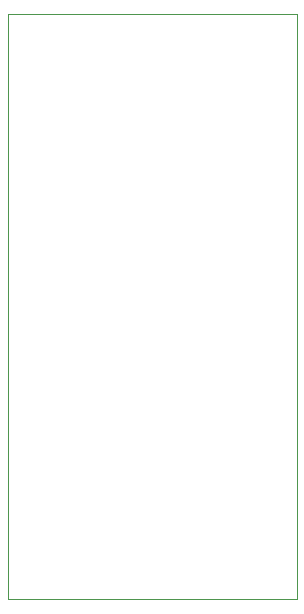
<source format=gm1>
G04 #@! TF.GenerationSoftware,KiCad,Pcbnew,(5.1.9)-1*
G04 #@! TF.CreationDate,2023-07-22T23:25:38+01:00*
G04 #@! TF.ProjectId,ezPLAv2.0,657a504c-4176-4322-9e30-2e6b69636164,v2.0*
G04 #@! TF.SameCoordinates,Original*
G04 #@! TF.FileFunction,Profile,NP*
%FSLAX46Y46*%
G04 Gerber Fmt 4.6, Leading zero omitted, Abs format (unit mm)*
G04 Created by KiCad (PCBNEW (5.1.9)-1) date 2023-07-22 23:25:38*
%MOMM*%
%LPD*%
G01*
G04 APERTURE LIST*
G04 #@! TA.AperFunction,Profile*
%ADD10C,0.050000*%
G04 #@! TD*
G04 APERTURE END LIST*
D10*
X160000000Y-99000000D02*
X135500000Y-99000000D01*
X160000000Y-148500000D02*
X160000000Y-99000000D01*
X135500000Y-148500000D02*
X160000000Y-148500000D01*
X135500000Y-99000000D02*
X135500000Y-148500000D01*
M02*

</source>
